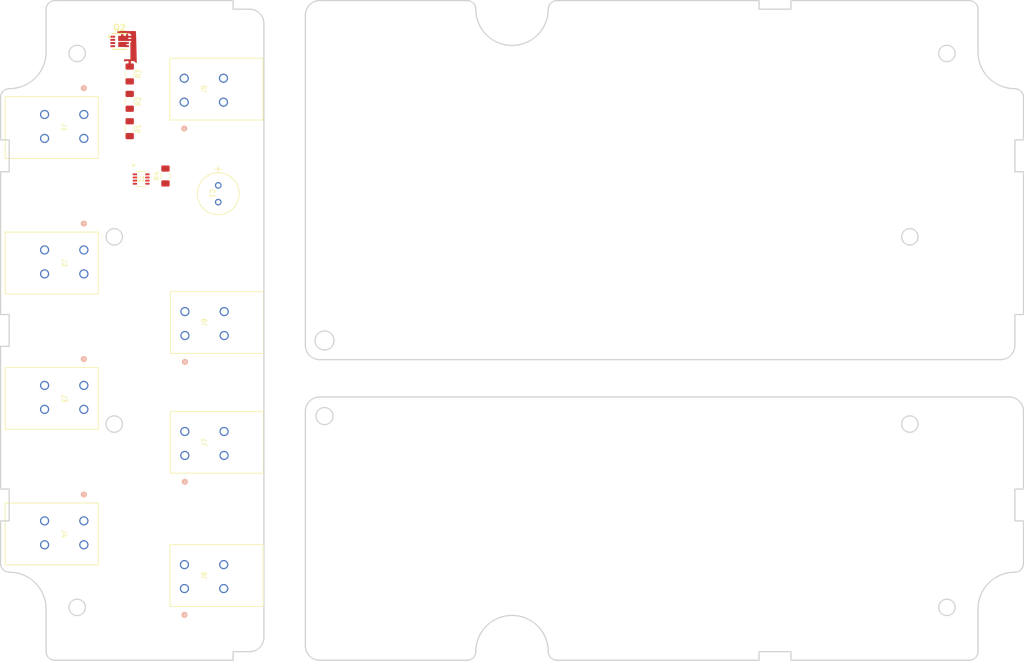
<source format=kicad_pcb>
(kicad_pcb (version 20221018) (generator pcbnew)
  (layers (0 "F.Cu" signal) (31 "B.Cu" signal) (34 "B.Paste" user) (35 "F.Paste" user) (36 "B.SilkS" user "B.Silkscreen") (37 "F.SilkS" user "F.Silkscreen") (38 "B.Mask" user) (39 "F.Mask" user) (44 "Edge.Cuts" user))
  (net 0 "")
  (net 2 "Net-(U1-OV)")
  (net 3 "Net-(U1-UV)")
  (net 4 "Net-(U1-*SHDN)")
  (net 5 "BV_OUT")
  (net 6 "BG")
  (net 7 "BV")
  (net 8 "Net-(Q2-G1)")
  (net 9 "Net-(Q2-S1)")
  (footprint "2604-1102:2604" (layer "F.Cu") (at 58.760997 104.341899 -90)
    (fp_text reference "J3" (at 2.725001 4.099999 -90 unlocked) (layer "F.SilkS"))
    (fp_text value "BATT3")
    (fp_circle (center -5.504599 0) (end -5.123599 0) (stroke (width 0.508)) (fill none) (layer "B.SilkS"))
    (fp_line (start -3.726599 -3.027) (end -3.726599 16.4294) (stroke (width 0.1524)) (layer "F.SilkS"))
    (fp_line (start -3.726599 16.4294) (end 9.176601 16.4294) (stroke (width 0.1524)) (layer "F.SilkS"))
    (fp_line (start 9.176601 -3.027) (end -3.726599 -3.027) (stroke (width 0.1524)) (layer "F.SilkS"))
    (fp_line (start 9.176601 16.4294) (end 9.176601 -3.027) (stroke (width 0.1524)) (layer "F.SilkS"))
    (fp_circle (center -5.504599 0) (end -5.123599 0) (stroke (width 0.508)) (fill none) (layer "F.SilkS"))
    (pad "1_1" thru_hole circle (at 0 0 270) (size 1.905 1.905) (drill 1.397) (layers "*.Cu" "*.Mask") (net 7 "BV"))
    (pad "1_2" thru_hole circle (at 0 8.199999 270) (size 1.905 1.905) (drill 1.397) (layers "*.Cu" "*.Mask") (net 7 "BV"))
    (pad "2_1" thru_hole circle (at 5 0 270) (size 1.905 1.905) (drill 1.397) (layers "*.Cu" "*.Mask") (net 6 "BG"))
    (pad "2_2" thru_hole circle (at 5 8.199999 270) (size 1.905 1.905) (drill 1.397) (layers "*.Cu" "*.Mask") (net 6 "BG"))
  )
  (footprint "LTC4365CTS8_TRMPBF:TSOT-23_TS8_LIT" (layer "F.Cu") (at 70.7286 61.232)
    (fp_text reference "U1" (at 0 0 unlocked) (layer "F.SilkS"))
    (fp_text value "LTC4365CTS8-TRMPBF")
    (fp_text user "*" (at -1.56845 -2.5244 unlocked) (layer "F.SilkS"))
    (fp_text user "*" (at -1.56845 -2.5244) (layer "F.SilkS"))
    (fp_line (start -1.0033 1.5748) (end 1.0033 1.5748) (stroke (width 0.1524)) (layer "F.SilkS"))
    (fp_line (start 1.0033 -1.5748) (end -1.0033 -1.5748) (stroke (width 0.1524)) (layer "F.SilkS"))
    (pad "1" smd rect (at -1.31445 -0.974999) (size 0.8763 0.4064) (layers "F.Cu" "F.Paste" "F.Mask") (net 7 "BV"))
    (pad "2" smd rect (at -1.31445 -0.325001) (size 0.8763 0.4064) (layers "F.Cu" "F.Paste" "F.Mask") (net 3 "Net-(U1-UV)"))
    (pad "3" smd rect (at -1.31445 0.325001) (size 0.8763 0.4064) (layers "F.Cu" "F.Paste" "F.Mask") (net 2 "Net-(U1-OV)"))
    (pad "4" smd rect (at -1.31445 0.974999) (size 0.8763 0.4064) (layers "F.Cu" "F.Paste" "F.Mask") (net 6 "BG"))
    (pad "5" smd rect (at 1.31445 0.974999) (size 0.8763 0.4064) (layers "F.Cu" "F.Paste" "F.Mask") (net 4 "Net-(U1-*SHDN)"))
    (pad "6" smd rect (at 1.31445 0.325001) (size 0.8763 0.4064) (layers "F.Cu" "F.Paste" "F.Mask"))
    (pad "7" smd rect (at 1.31445 -0.325001) (size 0.8763 0.4064) (layers "F.Cu" "F.Paste" "F.Mask") (net 5 "BV_OUT"))
    (pad "8" smd rect (at 1.31445 -0.974999) (size 0.8763 0.4064) (layers "F.Cu" "F.Paste" "F.Mask") (net 8 "Net-(Q2-G1)"))
  )
  (footprint "2604-1102:2604" (layer "F.Cu") (at 58.760997 47.751833 -90)
    (fp_text reference "J1" (at 2.725001 4.099999 -90 unlocked) (layer "F.SilkS"))
    (fp_text value "BATT1")
    (fp_circle (center -5.504599 0) (end -5.123599 0) (stroke (width 0.508)) (fill none) (layer "B.SilkS"))
    (fp_line (start -3.726599 -3.027) (end -3.726599 16.4294) (stroke (width 0.1524)) (layer "F.SilkS"))
    (fp_line (start -3.726599 16.4294) (end 9.176601 16.4294) (stroke (width 0.1524)) (layer "F.SilkS"))
    (fp_line (start 9.176601 -3.027) (end -3.726599 -3.027) (stroke (width 0.1524)) (layer "F.SilkS"))
    (fp_line (start 9.176601 16.4294) (end 9.176601 -3.027) (stroke (width 0.1524)) (layer "F.SilkS"))
    (fp_circle (center -5.504599 0) (end -5.123599 0) (stroke (width 0.508)) (fill none) (layer "F.SilkS"))
    (pad "1_1" thru_hole circle (at 0 0 270) (size 1.905 1.905) (drill 1.397) (layers "*.Cu" "*.Mask") (net 7 "BV"))
    (pad "1_2" thru_hole circle (at 0 8.199999 270) (size 1.905 1.905) (drill 1.397) (layers "*.Cu" "*.Mask") (net 7 "BV"))
    (pad "2_1" thru_hole circle (at 5 0 270) (size 1.905 1.905) (drill 1.397) (layers "*.Cu" "*.Mask") (net 6 "BG"))
    (pad "2_2" thru_hole circle (at 5 8.199999 270) (size 1.905 1.905) (drill 1.397) (layers "*.Cu" "*.Mask") (net 6 "BG"))
  )
  (footprint "2604-1102:2604" (layer "F.Cu") (at 58.760997 132.636934 -90)
    (fp_text reference "J4" (at 2.725001 4.099999 -90 unlocked) (layer "F.SilkS"))
    (fp_text value "BATT4")
    (fp_circle (center -5.504599 0) (end -5.123599 0) (stroke (width 0.508)) (fill none) (layer "B.SilkS"))
    (fp_line (start -3.726599 -3.027) (end -3.726599 16.4294) (stroke (width 0.1524)) (layer "F.SilkS"))
    (fp_line (start -3.726599 16.4294) (end 9.176601 16.4294) (stroke (width 0.1524)) (layer "F.SilkS"))
    (fp_line (start 9.176601 -3.027) (end -3.726599 -3.027) (stroke (width 0.1524)) (layer "F.SilkS"))
    (fp_line (start 9.176601 16.4294) (end 9.176601 -3.027) (stroke (width 0.1524)) (layer "F.SilkS"))
    (fp_circle (center -5.504599 0) (end -5.123599 0) (stroke (width 0.508)) (fill none) (layer "F.SilkS"))
    (pad "1_1" thru_hole circle (at 0 0 270) (size 1.905 1.905) (drill 1.397) (layers "*.Cu" "*.Mask") (net 7 "BV"))
    (pad "1_2" thru_hole circle (at 0 8.199999 270) (size 1.905 1.905) (drill 1.397) (layers "*.Cu" "*.Mask") (net 7 "BV"))
    (pad "2_1" thru_hole circle (at 5 0 270) (size 1.905 1.905) (drill 1.397) (layers "*.Cu" "*.Mask") (net 6 "BG"))
    (pad "2_2" thru_hole circle (at 5 8.199999 270) (size 1.905 1.905) (drill 1.397) (layers "*.Cu" "*.Mask") (net 6 "BG"))
  )
  (footprint "SISB46DN-T1-GE3:SISB46DN-T1-GE3" (layer "F.Cu") (at 66.2322 32.4954)
    (fp_text reference "Q2" (at -0.0248 -2.8858) (layer "F.SilkS") (effects (font (size 1.27 1.27) (thickness 0.254))))
    (fp_text value "SISB46DN-T1-GE3" hide)
    (fp_line (start -1.525 -1.65) (end 1.525 -1.65) (stroke (width 0.254)) (layer "F.SilkS"))
    (fp_line (start -1.525 1.65) (end 1.525 1.65) (stroke (width 0.254)) (layer "F.SilkS"))
    (fp_circle (center -2.163 -1.029) (end -2.163 -0.99447) (stroke (width 0.254)) (fill none) (layer "F.SilkS"))
    (pad "1" smd rect (at -1.435 -0.99 90) (size 0.405 0.99) (layers "F.Cu" "F.Paste" "F.Mask") (net 9 "Net-(Q2-S1)"))
    (pad "2" smd rect (at -1.435 -0.33 90) (size 0.405 0.99) (layers "F.Cu" "F.Paste" "F.Mask") (net 8 "Net-(Q2-G1)"))
    (pad "3" smd rect (at -1.435 0.33 90) (size 0.405 0.99) (layers "F.Cu" "F.Paste" "F.Mask") (net 9 "Net-(Q2-S1)"))
    (pad "4" smd rect (at -1.435 0.99 90) (size 0.405 0.99) (layers "F.Cu" "F.Paste" "F.Mask") (net 8 "Net-(Q2-G1)"))
    (pad "5" smd rect (at 1.55 0.975 90) (size 0.405 0.76) (layers "F.Cu" "F.Paste" "F.Mask") (net 5 "BV_OUT"))
    (pad "6" smd rect (at 1.55 0.315 90) (size 0.405 0.76) (layers "F.Cu" "F.Paste" "F.Mask") (net 5 "BV_OUT"))
    (pad "7" smd rect (at 1.55 -0.315 90) (size 0.405 0.76) (layers "F.Cu" "F.Paste" "F.Mask") (net 7 "BV"))
    (pad "8" smd rect (at 1.55 -0.975 90) (size 0.405 0.76) (layers "F.Cu" "F.Paste" "F.Mask") (net 7 "BV"))
    (pad "9" smd rect (at 0.546375 -0.635 90) (size 1.065 1.70125) (layers "F.Cu" "F.Paste" "F.Mask") (net 7 "BV"))
    (pad "10" smd rect (at 0.5588 0.635 90) (size 1.065 1.70125) (layers "F.Cu" "F.Paste" "F.Mask") (net 5 "BV_OUT"))
  )
  (footprint "2604-1102:2604" (layer "F.Cu") (at 79.851401 118.9668 90)
    (fp_text reference "J7" (at 2.725001 4.099999 90 unlocked) (layer "F.SilkS"))
    (fp_text value "BATT+")
    (fp_circle (center -5.504599 0) (end -5.123599 0) (stroke (width 0.508)) (fill none) (layer "B.SilkS"))
    (fp_line (start -3.726599 -3.027) (end -3.726599 16.4294) (stroke (width 0.1524)) (layer "F.SilkS"))
    (fp_line (start -3.726599 16.4294) (end 9.176601 16.4294) (stroke (width 0.1524)) (layer "F.SilkS"))
    (fp_line (start 9.176601 -3.027) (end -3.726599 -3.027) (stroke (width 0.1524)) (layer "F.SilkS"))
    (fp_line (start 9.176601 16.4294) (end 9.176601 -3.027) (stroke (width 0.1524)) (layer "F.SilkS"))
    (fp_circle (center -5.504599 0) (end -5.123599 0) (stroke (width 0.508)) (fill none) (layer "F.SilkS"))
    (pad "1_1" thru_hole circle (at 0 0 90) (size 1.905 1.905) (drill 1.397) (layers "*.Cu" "*.Mask") (net 5 "BV_OUT"))
    (pad "1_2" thru_hole circle (at 0 8.199999 90) (size 1.905 1.905) (drill 1.397) (layers "*.Cu" "*.Mask") (net 5 "BV_OUT"))
    (pad "2_1" thru_hole circle (at 5 0 90) (size 1.905 1.905) (drill 1.397) (layers "*.Cu" "*.Mask") (net 5 "BV_OUT"))
    (pad "2_2" thru_hole circle (at 5 8.199999 90) (size 1.905 1.905) (drill 1.397) (layers "*.Cu" "*.Mask") (net 5 "BV_OUT"))
  )
  (footprint "2604-1102:2604" (layer "F.Cu") (at 79.775201 146.776 90)
    (fp_text reference "J6" (at 2.725001 4.099999 90 unlocked) (layer "F.SilkS"))
    (fp_text value "-BUS")
    (fp_circle (center -5.504599 0) (end -5.123599 0) (stroke (width 0.508)) (fill none) (layer "B.SilkS"))
    (fp_line (start -3.726599 -3.027) (end -3.726599 16.4294) (stroke (width 0.1524)) (layer "F.SilkS"))
    (fp_line (start -3.726599 16.4294) (end 9.176601 16.4294) (stroke (width 0.1524)) (layer "F.SilkS"))
    (fp_line (start 9.176601 -3.027) (end -3.726599 -3.027) (stroke (width 0.1524)) (layer "F.SilkS"))
    (fp_line (start 9.176601 16.4294) (end 9.176601 -3.027) (stroke (width 0.1524)) (layer "F.SilkS"))
    (fp_circle (center -5.504599 0) (end -5.123599 0) (stroke (width 0.508)) (fill none) (layer "F.SilkS"))
    (pad "1_1" thru_hole circle (at 0 0 90) (size 1.905 1.905) (drill 1.397) (layers "*.Cu" "*.Mask") (net 6 "BG"))
    (pad "1_2" thru_hole circle (at 0 8.199999 90) (size 1.905 1.905) (drill 1.397) (layers "*.Cu" "*.Mask") (net 6 "BG"))
    (pad "2_1" thru_hole circle (at 5 0 90) (size 1.905 1.905) (drill 1.397) (layers "*.Cu" "*.Mask") (net 6 "BG"))
    (pad "2_2" thru_hole circle (at 5 8.199999 90) (size 1.905 1.905) (drill 1.397) (layers "*.Cu" "*.Mask") (net 6 "BG"))
  )
  (footprint "2604-1102:2604" (layer "F.Cu") (at 79.876801 93.9224 90)
    (fp_text reference "J9" (at 2.725001 4.099999 90 unlocked) (layer "F.SilkS"))
    (fp_text value "-BUS")
    (fp_circle (center -5.504599 0) (end -5.123599 0) (stroke (width 0.508)) (fill none) (layer "B.SilkS"))
    (fp_line (start -3.726599 -3.027) (end -3.726599 16.4294) (stroke (width 0.1524)) (layer "F.SilkS"))
    (fp_line (start -3.726599 16.4294) (end 9.176601 16.4294) (stroke (width 0.1524)) (layer "F.SilkS"))
    (fp_line (start 9.176601 -3.027) (end -3.726599 -3.027) (stroke (width 0.1524)) (layer "F.SilkS"))
    (fp_line (start 9.176601 16.4294) (end 9.176601 -3.027) (stroke (width 0.1524)) (layer "F.SilkS"))
    (fp_circle (center -5.504599 0) (end -5.123599 0) (stroke (width 0.508)) (fill none) (layer "F.SilkS"))
    (pad "1_1" thru_hole circle (at 0 0 90) (size 1.905 1.905) (drill 1.397) (layers "*.Cu" "*.Mask") (net 6 "BG"))
    (pad "1_2" thru_hole circle (at 0 8.199999 90) (size 1.905 1.905) (drill 1.397) (layers "*.Cu" "*.Mask") (net 6 "BG"))
    (pad "2_1" thru_hole circle (at 5 0 90) (size 1.905 1.905) (drill 1.397) (layers "*.Cu" "*.Mask") (net 6 "BG"))
    (pad "2_2" thru_hole circle (at 5 8.199999 90) (size 1.905 1.905) (drill 1.397) (layers "*.Cu" "*.Mask") (net 6 "BG"))
  )
  (footprint "2604-1102:2604" (layer "F.Cu") (at 79.724401 45.1798 90)
    (fp_text reference "J5" (at 2.725001 4.099999 90 unlocked) (layer "F.SilkS"))
    (fp_text value "BATT+")
    (fp_circle (center -5.504599 0) (end -5.123599 0) (stroke (width 0.508)) (fill none) (layer "B.SilkS"))
    (fp_line (start -3.726599 -3.027) (end -3.726599 16.4294) (stroke (width 0.1524)) (layer "F.SilkS"))
    (fp_line (start -3.726599 16.4294) (end 9.176601 16.4294) (stroke (width 0.1524)) (layer "F.SilkS"))
    (fp_line (start 9.176601 -3.027) (end -3.726599 -3.027) (stroke (width 0.1524)) (layer "F.SilkS"))
    (fp_line (start 9.176601 16.4294) (end 9.176601 -3.027) (stroke (width 0.1524)) (layer "F.SilkS"))
    (fp_circle (center -5.504599 0) (end -5.123599 0) (stroke (width 0.508)) (fill none) (layer "F.SilkS"))
    (pad "1_1" thru_hole circle (at 0 0 90) (size 1.905 1.905) (drill 1.397) (layers "*.Cu" "*.Mask") (net 5 "BV_OUT"))
    (pad "1_2" thru_hole circle (at 0 8.199999 90) (size 1.905 1.905) (drill 1.397) (layers "*.Cu" "*.Mask") (net 5 "BV_OUT"))
    (pad "2_1" thru_hole circle (at 5 0 90) (size 1.905 1.905) (drill 1.397) (layers "*.Cu" "*.Mask") (net 5 "BV_OUT"))
    (pad "2_2" thru_hole circle (at 5 8.199999 90) (size 1.905 1.905) (drill 1.397) (layers "*.Cu" "*.Mask") (net 5 "BV_OUT"))
  )
  (footprint "Resistor_SMD:R_1206_3216Metric_Pad1.30x1.75mm_HandSolder" (layer "F.Cu") (at 75.8086 60.597 90)
    (fp_text reference "R4" (at 0 -1.82 90) (layer "F.SilkS"))
    (fp_text value "100k")
    (fp_line (start -0.727064 -0.91) (end 0.727064 -0.91) (stroke (width 0.12)) (layer "F.SilkS"))
    (fp_line (start -0.727064 0.91) (end 0.727064 0.91) (stroke (width 0.12)) (layer "F.SilkS"))
    (pad "1" smd roundrect (at -1.55 0 90) (size 1.3 1.75) (layers "F.Cu" "F.Paste" "F.Mask") (roundrect_rratio 0.192308) (net 4 "Net-(U1-*SHDN)"))
    (pad "2" smd roundrect (at 1.55 0 90) (size 1.3 1.75) (layers "F.Cu" "F.Paste" "F.Mask") (roundrect_rratio 0.192308) (net 7 "BV"))
  )
  (footprint "50ZLH100MEFC8X11_5:CAP_YX_8X11P5_RUB" (layer "F.Cu") (at 86.8322 62.558599 -90)
    (fp_text reference "C1" (at 1.7018 1.2446 -90 unlocked) (layer "F.SilkS"))
    (fp_text value "50ZLH100MEFC8X11.5")
    (fp_line (start -4.0285 0) (end -2.7585 0) (stroke (width 0.1524)) (layer "F.SilkS"))
    (fp_line (start -3.3935 -0.635) (end -3.3935 0.635) (stroke (width 0.1524)) (layer "F.SilkS"))
    (fp_circle (center 1.75 0) (end 6.1315 0) (stroke (width 0.1524)) (fill none) (layer "F.SilkS"))
    (pad "1" thru_hole circle (at 0 0 270) (size 1.3716 1.3716) (drill 0.8636) (layers "*.Cu" "*.Mask") (net 5 "BV_OUT"))
    (pad "2" thru_hole circle (at 3.500001 0 270) (size 1.3716 1.3716) (drill 0.8636) (layers "*.Cu" "*.Mask") (net 6 "BG"))
  )
  (footprint "Resistor_SMD:R_1206_3216Metric_Pad1.30x1.75mm_HandSolder" (layer "F.Cu") (at 68.341 50.717 -90)
    (fp_text reference "R1" (at 0 -1.82 90) (layer "F.SilkS"))
    (fp_text value "187k")
    (fp_line (start -0.727064 -0.91) (end 0.727064 -0.91) (stroke (width 0.12)) (layer "F.SilkS"))
    (fp_line (start -0.727064 0.91) (end 0.727064 0.91) (stroke (width 0.12)) (layer "F.SilkS"))
    (pad "1" smd roundrect (at -1.55 0 270) (size 1.3 1.75) (layers "F.Cu" "F.Paste" "F.Mask") (roundrect_rratio 0.192308) (net 2 "Net-(U1-OV)"))
    (pad "2" smd roundrect (at 1.55 0 270) (size 1.3 1.75) (layers "F.Cu" "F.Paste" "F.Mask") (roundrect_rratio 0.192308) (net 6 "BG"))
  )
  (footprint "Resistor_SMD:R_1206_3216Metric_Pad1.30x1.75mm_HandSolder" (layer "F.Cu") (at 68.341 45.002 -90)
    (fp_text reference "R2" (at 0 -1.82 90) (layer "F.SilkS"))
    (fp_text value "113k")
    (fp_line (start -0.727064 -0.91) (end 0.727064 -0.91) (stroke (width 0.12)) (layer "F.SilkS"))
    (fp_line (start -0.727064 0.91) (end 0.727064 0.91) (stroke (width 0.12)) (layer "F.SilkS"))
    (pad "1" smd roundrect (at -1.55 0 270) (size 1.3 1.75) (layers "F.Cu" "F.Paste" "F.Mask") (roundrect_rratio 0.192308) (net 3 "Net-(U1-UV)"))
    (pad "2" smd roundrect (at 1.55 0 270) (size 1.3 1.75) (layers "F.Cu" "F.Paste" "F.Mask") (roundrect_rratio 0.192308) (net 2 "Net-(U1-OV)"))
  )
  (footprint "2604-1102:2604" (layer "F.Cu") (at 58.760997 76.046866 -90)
    (fp_text reference "J2" (at 2.725001 4.099999 -90 unlocked) (layer "F.SilkS"))
    (fp_text value "BATT2")
    (fp_circle (center -5.504599 0) (end -5.123599 0) (stroke (width 0.508)) (fill none) (layer "B.SilkS"))
    (fp_line (start -3.726599 -3.027) (end -3.726599 16.4294) (stroke (width 0.1524)) (layer "F.SilkS"))
    (fp_line (start -3.726599 16.4294) (end 9.176601 16.4294) (stroke (width 0.1524)) (layer "F.SilkS"))
    (fp_line (start 9.176601 -3.027) (end -3.726599 -3.027) (stroke (width 0.1524)) (layer "F.SilkS"))
    (fp_line (start 9.176601 16.4294) (end 9.176601 -3.027) (stroke (width 0.1524)) (layer "F.SilkS"))
    (fp_circle (center -5.504599 0) (end -5.123599 0) (stroke (width 0.508)) (fill none) (layer "F.SilkS"))
    (pad "1_1" thru_hole circle (at 0 0 270) (size 1.905 1.905) (drill 1.397) (layers "*.Cu" "*.Mask") (net 7 "BV"))
    (pad "1_2" thru_hole circle (at 0 8.199999 270) (size 1.905 1.905) (drill 1.397) (layers "*.Cu" "*.Mask") (net 7 "BV"))
    (pad "2_1" thru_hole circle (at 5 0 270) (size 1.905 1.905) (drill 1.397) (layers "*.Cu" "*.Mask") (net 6 "BG"))
    (pad "2_2" thru_hole circle (at 5 8.199999 270) (size 1.905 1.905) (drill 1.397) (layers "*.Cu" "*.Mask") (net 6 "BG"))
  )
  (footprint "Resistor_SMD:R_1206_3216Metric_Pad1.30x1.75mm_HandSolder" (layer "F.Cu") (at 68.341 39.287 -90)
    (fp_text reference "R3" (at 0 -1.82 90) (layer "F.SilkS"))
    (fp_text value "8700k")
    (fp_line (start -0.727064 -0.91) (end 0.727064 -0.91) (stroke (width 0.12)) (layer "F.SilkS"))
    (fp_line (start -0.727064 0.91) (end 0.727064 0.91) (stroke (width 0.12)) (layer "F.SilkS"))
    (pad "1" smd roundrect (at -1.55 0 270) (size 1.3 1.75) (layers "F.Cu" "F.Paste" "F.Mask") (roundrect_rratio 0.192308) (net 7 "BV"))
    (pad "2" smd roundrect (at 1.55 0 270) (size 1.3 1.75) (layers "F.Cu" "F.Paste" "F.Mask") (roundrect_rratio 0.192308) (net 3 "Net-(U1-UV)"))
  )
  (gr_line (start 43.166682 132.648016) (end 41.371905 132.648016) (stroke (width 0.25)) (layer "Edge.Cuts"))
  (gr_arc (start 50.871505 25.801248) (mid 51.410166 24.500762) (end 52.710652 23.962101) (stroke (width 0.25)) (layer "Edge.Cuts"))
  (gr_circle (center 239.038702 150.705748) (end 240.753202 150.705748) (stroke (width 0.25)) (fill none) (layer "Edge.Cuts"))
  (gr_line (start 253.23723 53.066482) (end 255.032007 53.066482) (stroke (width 0.25)) (layer "Edge.Cuts"))
  (gr_line (start 245.532407 34.69125) (end 245.532407 25.80125) (stroke (width 0.25)) (layer "Edge.Cuts"))
  (gr_line (start 157.599952 161.752395) (end 199.800384 161.752395) (stroke (width 0.25)) (layer "Edge.Cuts"))
  (gr_line (start 50.871505 25.801248) (end 50.871505 34.691248) (stroke (width 0.25)) (layer "Edge.Cuts"))
  (gr_arc (start 43.211052 143.362795) (mid 48.627809 145.606491) (end 50.871505 151.023248) (stroke (width 0.25)) (layer "Edge.Cuts"))
  (gr_line (start 43.166682 59.724616) (end 41.371905 59.724616) (stroke (width 0.25)) (layer "Edge.Cuts"))
  (gr_line (start 43.166682 96.186316) (end 41.371905 96.186316) (stroke (width 0.25)) (layer "Edge.Cuts"))
  (gr_line (start 105.031999 109.752395) (end 105.031999 158.752395) (stroke (width 0.25)) (layer "Edge.Cuts"))
  (gr_circle (center 109.031999 110.752395) (end 110.816009 110.752395) (stroke (width 0.25)) (fill none) (layer "Edge.Cuts"))
  (gr_line (start 245.532399 159.913248) (end 245.532399 151.023248) (stroke (width 0.25)) (layer "Edge.Cuts"))
  (gr_line (start 253.23723 95.962103) (end 253.23723 89.528182) (stroke (width 0.25)) (layer "Edge.Cuts"))
  (gr_line (start 199.800384 159.957618) (end 206.45852 159.957618) (stroke (width 0.25)) (layer "Edge.Cuts"))
  (gr_line (start 108.031999 106.752395) (end 252.031999 106.752395) (stroke (width 0.25)) (layer "Edge.Cuts"))
  (gr_circle (center 57.365202 150.705748) (end 59.079702 150.705748) (stroke (width 0.25)) (fill none) (layer "Edge.Cuts"))
  (gr_line (start 253.237222 125.98988) (end 255.031999 125.98988) (stroke (width 0.25)) (layer "Edge.Cuts"))
  (gr_line (start 89.945384 25.756878) (end 89.945384 23.962101) (stroke (width 0.25)) (layer "Edge.Cuts"))
  (gr_arc (start 252.031999 106.752395) (mid 254.153323 107.631072) (end 255.031999 109.752395) (stroke (width 0.25)) (layer "Edge.Cuts"))
  (gr_line (start 93.371905 25.756878) (end 89.945384 25.756878) (stroke (width 0.25)) (layer "Edge.Cuts"))
  (gr_line (start 41.371905 132.648016) (end 41.371905 141.523648) (stroke (width 0.25)) (layer "Edge.Cuts"))
  (gr_arc (start 155.760813 25.80125) (mid 148.20196 33.360103) (end 140.643107 25.80125) (stroke (width 0.25)) (layer "Edge.Cuts"))
  (gr_line (start 138.80396 23.962103) (end 108.032007 23.962103) (stroke (width 0.25)) (layer "Edge.Cuts"))
  (gr_line (start 108.032007 98.962103) (end 250.23723 98.962103) (stroke (width 0.25)) (layer "Edge.Cuts"))
  (gr_line (start 41.371905 125.98988) (end 43.166682 125.98988) (stroke (width 0.25)) (layer "Edge.Cuts"))
  (gr_arc (start 155.760813 25.80125) (mid 156.299533 24.500823) (end 157.59996 23.962103) (stroke (width 0.25)) (layer "Edge.Cuts"))
  (gr_line (start 41.371905 59.724616) (end 41.371905 89.52818) (stroke (width 0.25)) (layer "Edge.Cuts"))
  (gr_line (start 255.032007 59.724618) (end 253.23723 59.724618) (stroke (width 0.25)) (layer "Edge.Cuts"))
  (gr_arc (start 138.80396 23.962103) (mid 140.104418 24.500792) (end 140.643107 25.80125) (stroke (width 0.25)) (layer "Edge.Cuts"))
  (gr_line (start 41.371905 89.52818) (end 43.166682 89.52818) (stroke (width 0.25)) (layer "Edge.Cuts"))
  (gr_line (start 52.710652 161.752395) (end 89.945384 161.752395) (stroke (width 0.25)) (layer "Edge.Cuts"))
  (gr_arc (start 52.710652 161.752395) (mid 51.410192 161.213708) (end 50.871505 159.913248) (stroke (width 0.25)) (layer "Edge.Cuts"))
  (gr_line (start 89.945384 159.957618) (end 93.371905 159.957618) (stroke (width 0.25)) (layer "Edge.Cuts"))
  (gr_line (start 89.945384 23.962101) (end 52.710652 23.962101) (stroke (width 0.25)) (layer "Edge.Cuts"))
  (gr_arc (start 253.19286 42.351703) (mid 247.776086 40.108024) (end 245.532407 34.69125) (stroke (width 0.25)) (layer "Edge.Cuts"))
  (gr_arc (start 96.371905 156.957618) (mid 95.493218 159.078931) (end 93.371905 159.957618) (stroke (width 0.25)) (layer "Edge.Cuts"))
  (gr_line (start 206.45852 161.752395) (end 243.693252 161.752395) (stroke (width 0.25)) (layer "Edge.Cuts"))
  (gr_arc (start 108.032007 98.962103) (mid 105.910687 98.083423) (end 105.032007 95.962103) (stroke (width 0.25)) (layer "Edge.Cuts"))
  (gr_circle (center 239.03871 35.00875) (end 240.75321 35.00875) (stroke (width 0.25)) (fill none) (layer "Edge.Cuts"))
  (gr_line (start 43.166682 89.52818) (end 43.166682 96.186316) (stroke (width 0.25)) (layer "Edge.Cuts"))
  (gr_arc (start 105.031999 109.752395) (mid 105.910681 107.631077) (end 108.031999 106.752395) (stroke (width 0.25)) (layer "Edge.Cuts"))
  (gr_line (start 43.166682 53.06648) (end 43.166682 59.724616) (stroke (width 0.25)) (layer "Edge.Cuts"))
  (gr_line (start 199.800392 25.75688) (end 199.800392 23.962103) (stroke (width 0.25)) (layer "Edge.Cuts"))
  (gr_line (start 41.371905 53.06648) (end 43.166682 53.06648) (stroke (width 0.25)) (layer "Edge.Cuts"))
  (gr_arc (start 41.371905 44.190848) (mid 41.910575 42.890371) (end 43.211052 42.351701) (stroke (width 0.25)) (layer "Edge.Cuts"))
  (gr_line (start 206.458528 25.75688) (end 199.800392 25.75688) (stroke (width 0.25)) (layer "Edge.Cuts"))
  (gr_arc (start 50.871505 34.691248) (mid 48.627811 40.108007) (end 43.211052 42.351701) (stroke (width 0.25)) (layer "Edge.Cuts"))
  (gr_line (start 206.45852 159.957618) (end 206.45852 161.752395) (stroke (width 0.25)) (layer "Edge.Cuts"))
  (gr_circle (center 231.29806 73.29925) (end 233.01256 73.29925) (stroke (width 0.25)) (fill none) (layer "Edge.Cuts"))
  (gr_line (start 255.032007 89.528182) (end 255.032007 59.724618) (stroke (width 0.25)) (layer "Edge.Cuts"))
  (gr_circle (center 109.032007 94.962103) (end 111.018891 94.962103) (stroke (width 0.25)) (fill none) (layer "Edge.Cuts"))
  (gr_arc (start 105.032007 26.962103) (mid 105.910687 24.840783) (end 108.032007 23.962103) (stroke (width 0.25)) (layer "Edge.Cuts"))
  (gr_line (start 43.166682 125.98988) (end 43.166682 132.648016) (stroke (width 0.25)) (layer "Edge.Cuts"))
  (gr_line (start 243.69326 23.962103) (end 206.458528 23.962103) (stroke (width 0.25)) (layer "Edge.Cuts"))
  (gr_circle (center 65.105852 112.415248) (end 66.820352 112.415248) (stroke (width 0.25)) (fill none) (layer "Edge.Cuts"))
  (gr_line (start 253.23723 59.724618) (end 253.23723 53.066482) (stroke (width 0.25)) (layer "Edge.Cuts"))
  (gr_line (start 255.031999 125.98988) (end 255.031999 109.752395) (stroke (width 0.25)) (layer "Edge.Cuts"))
  (gr_line (start 253.23723 89.528182) (end 255.032007 89.528182) (stroke (width 0.25)) (layer "Edge.Cuts"))
  (gr_arc (start 245.532399 159.913248) (mid 244.99377 161.213766) (end 243.693252 161.752395) (stroke (width 0.25)) (layer "Edge.Cuts"))
  (gr_line (start 108.031999 161.752395) (end 138.803952 161.752395) (stroke (width 0.25)) (layer "Edge.Cuts"))
  (gr_arc (start 140.643099 159.913248) (mid 140.10447 161.213766) (end 138.803952 161.752395) (stroke (width 0.25)) (layer "Edge.Cuts"))
  (gr_line (start 255.031999 132.648016) (end 253.237222 132.648016) (stroke (width 0.25)) (layer "Edge.Cuts"))
  (gr_arc (start 253.19286 42.351703) (mid 254.493318 42.890392) (end 255.032007 44.19085) (stroke (width 0.25)) (layer "Edge.Cuts"))
  (gr_arc (start 255.031999 141.523648) (mid 254.493369 142.824163) (end 253.192852 143.362795) (stroke (width 0.25)) (layer "Edge.Cuts"))
  (gr_line (start 255.032007 53.066482) (end 255.032007 44.19085) (stroke (width 0.25)) (layer "Edge.Cuts"))
  (gr_line (start 199.800392 23.962103) (end 157.59996 23.962103) (stroke (width 0.25)) (layer "Edge.Cuts"))
  (gr_line (start 253.237222 132.648016) (end 253.237222 125.98988) (stroke (width 0.25)) (layer "Edge.Cuts"))
  (gr_arc (start 253.23723 95.962103) (mid 252.358555 98.083428) (end 250.23723 98.962103) (stroke (width 0.25)) (layer "Edge.Cuts"))
  (gr_line (start 50.871505 151.023248) (end 50.871505 159.913248) (stroke (width 0.25)) (layer "Edge.Cuts"))
  (gr_line (start 41.371905 96.186316) (end 41.371905 125.98988) (stroke (width 0.25)) (layer "Edge.Cuts"))
  (gr_arc (start 140.643099 159.913248) (mid 148.201952 152.354395) (end 155.760805 159.913248) (stroke (width 0.25)) (layer "Edge.Cuts"))
  (gr_arc (start 245.532399 151.023248) (mid 247.776139 145.606535) (end 253.192852 143.362795) (stroke (width 0.25)) (layer "Edge.Cuts"))
  (gr_line (start 105.032007 26.962103) (end 105.032007 95.962103) (stroke (width 0.25)) (layer "Edge.Cuts"))
  (gr_circle (center 65.105852 73.299248) (end 66.820352 73.299248) (stroke (width 0.25)) (fill none) (layer "Edge.Cuts"))
  (gr_arc (start 43.211052 143.362795) (mid 41.910592 142.824108) (end 41.371905 141.523648) (stroke (width 0.25)) (layer "Edge.Cuts"))
  (gr_line (start 255.031999 141.523648) (end 255.031999 132.648016) (stroke (width 0.25)) (layer "Edge.Cuts"))
  (gr_circle (center 231.298052 112.415248) (end 233.012552 112.415248) (stroke (width 0.25)) (fill none) (layer "Edge.Cuts"))
  (gr_arc (start 108.031999 161.752395) (mid 105.91068 160.873714) (end 105.031999 158.752395) (stroke (width 0.25)) (layer "Edge.Cuts"))
  (gr_circle (center 57.365202 35.008748) (end 59.079702 35.008748) (stroke (width 0.25)) (fill none) (layer "Edge.Cuts"))
  (gr_line (start 96.371905 28.756878) (end 96.371905 156.957618) (stroke (width 0.25)) (layer "Edge.Cuts"))
  (gr_arc (start 93.371905 25.756878) (mid 95.493227 26.635556) (end 96.371905 28.756878) (stroke (width 0.25)) (layer "Edge.Cuts"))
  (gr_arc (start 157.599952 161.752395) (mid 156.299463 161.213737) (end 155.760805 159.913248) (stroke (width 0.25)) (layer "Edge.Cuts"))
  (gr_line (start 89.945384 161.752395) (end 89.945384 159.957618) (stroke (width 0.25)) (layer "Edge.Cuts"))
  (gr_line (start 41.371905 44.190848) (end 41.371905 53.06648) (stroke (width 0.25)) (layer "Edge.Cuts"))
  (gr_line (start 199.800384 161.752395) (end 199.800384 159.957618) (stroke (width 0.25)) (layer "Edge.Cuts"))
  (gr_arc (start 243.69326 23.962103) (mid 244.993718 24.500792) (end 245.532407 25.80125) (stroke (width 0.25)) (layer "Edge.Cuts"))
  (gr_line (start 206.458528 23.962103) (end 206.458528 25.75688) (stroke (width 0.25)) (layer "Edge.Cuts"))
  (zone (net 7) (net_name "BV") (layer "F.Cu") (priority 2) (connect_pads (clearance 0.1)) (min_thickness 0.25) (fill yes (thermal_gap 0.5) (thermal_bridge_width 0.5))
    (polygon (pts (xy 65.774838 32.556) (xy 65.749438 30.3208) (xy 69.635638 30.3208) (xy 69.711838 32.4036) (xy 69.864238 38.5504) (xy 67.197238 38.6012) (xy 67.146438 36.2136) (xy 68.492638 36.2136) (xy 68.468 32.556)))
  )
)
</source>
